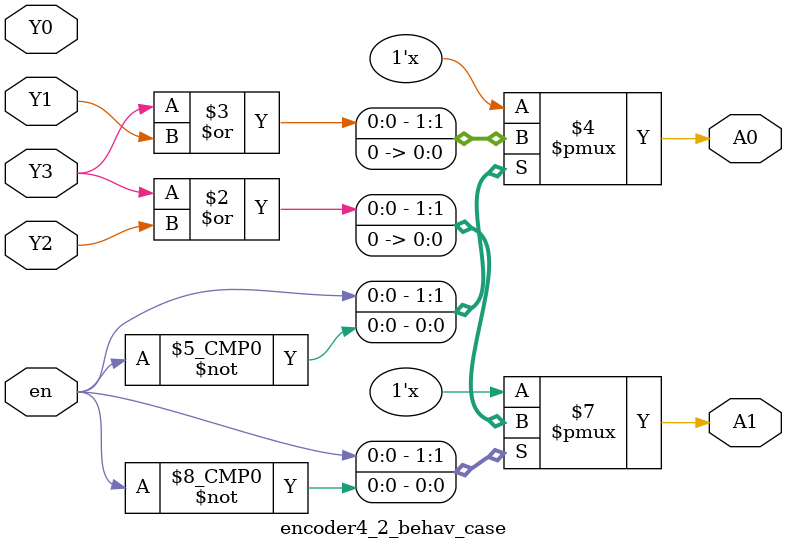
<source format=v>
`timescale 1ns / 1ps


module encoder4_2_behav_case(
    input en,
    input Y3,Y2,Y1,Y0,
    output reg A1,A0
    );
    
    
    always @(*) begin
        case(en)
        1'b1 : begin
                 A1 = (Y3 | Y2);
                 A0 = (Y3 | Y1);
               end 
        1'b0 : begin
                A1 = 0;
                A0 = 0;
               end 
        endcase
    end 
endmodule

</source>
